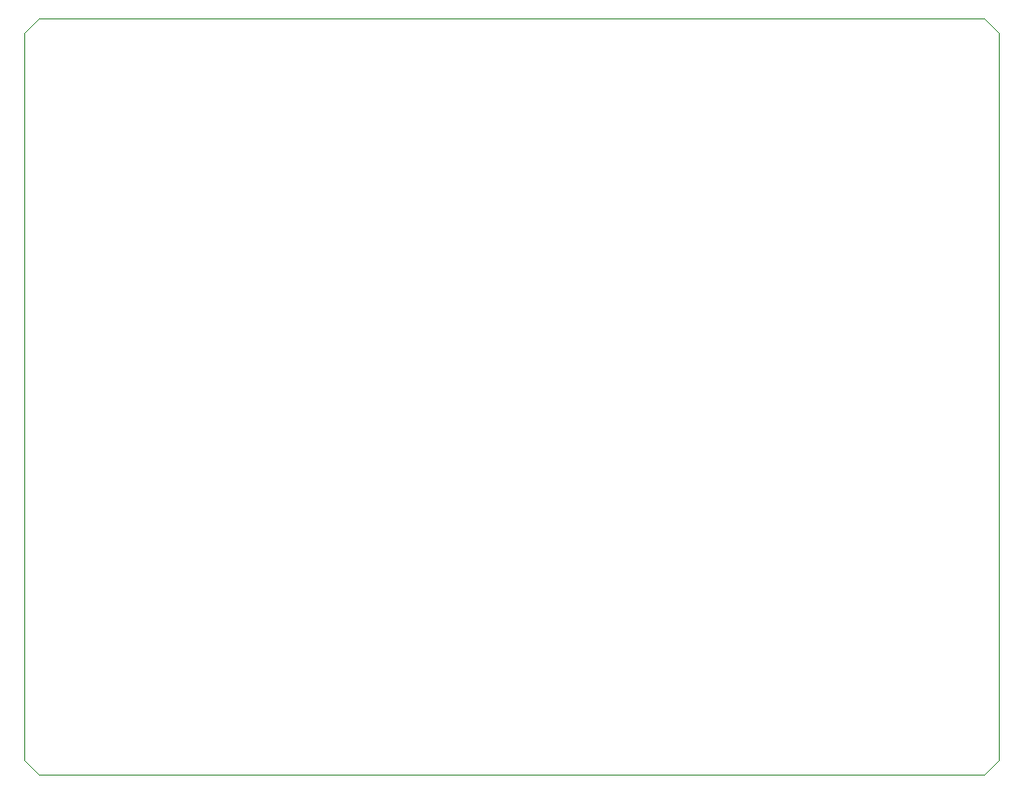
<source format=gbr>
%TF.GenerationSoftware,KiCad,Pcbnew,(5.1.10)-1*%
%TF.CreationDate,2021-11-04T23:56:30-04:00*%
%TF.ProjectId,pluto12,706c7574-6f31-4322-9e6b-696361645f70,rev?*%
%TF.SameCoordinates,Original*%
%TF.FileFunction,Profile,NP*%
%FSLAX46Y46*%
G04 Gerber Fmt 4.6, Leading zero omitted, Abs format (unit mm)*
G04 Created by KiCad (PCBNEW (5.1.10)-1) date 2021-11-04 23:56:30*
%MOMM*%
%LPD*%
G01*
G04 APERTURE LIST*
%TA.AperFunction,Profile*%
%ADD10C,0.050000*%
%TD*%
G04 APERTURE END LIST*
D10*
X190500000Y-125730000D02*
X189230000Y-127000000D01*
X190500000Y-62230000D02*
X189230000Y-60960000D01*
X105410000Y-125730000D02*
X106680000Y-127000000D01*
X106680000Y-60960000D02*
X105410000Y-62230000D01*
X189230000Y-60960000D02*
X106680000Y-60960000D01*
X190500000Y-125730000D02*
X190500000Y-62230000D01*
X106680000Y-127000000D02*
X189230000Y-127000000D01*
X105410000Y-62230000D02*
X105410000Y-125730000D01*
M02*

</source>
